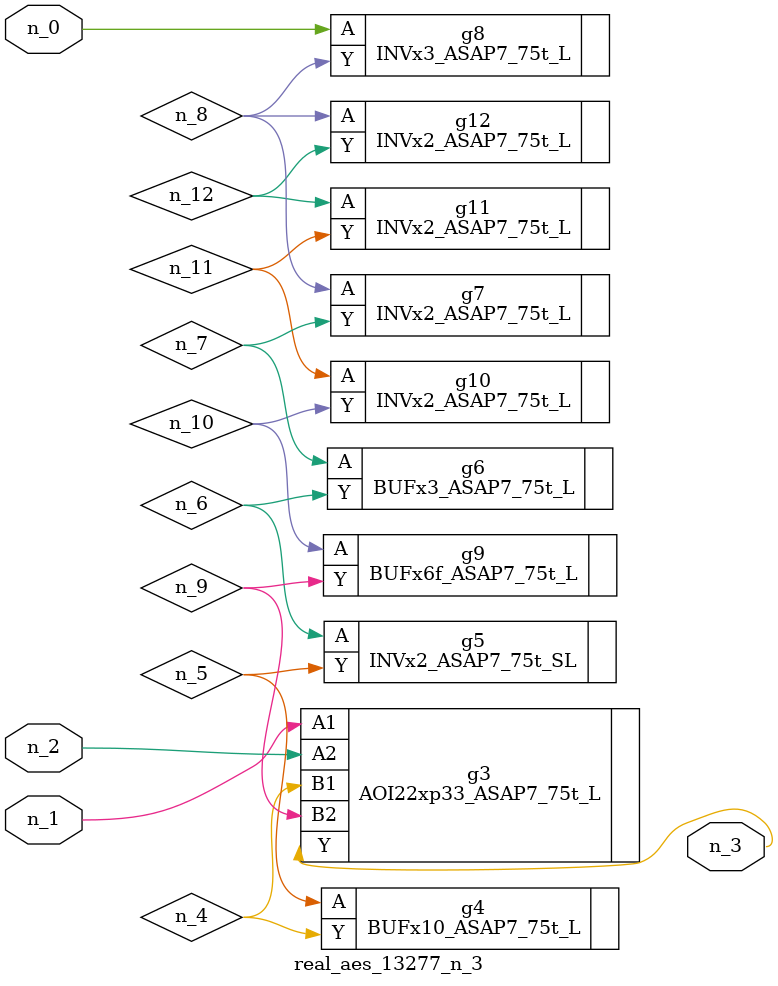
<source format=v>
module real_aes_13277_n_3 (n_0, n_2, n_1, n_3);
input n_0;
input n_2;
input n_1;
output n_3;
wire n_4;
wire n_5;
wire n_7;
wire n_9;
wire n_6;
wire n_8;
wire n_12;
wire n_10;
wire n_11;
INVx3_ASAP7_75t_L g8 ( .A(n_0), .Y(n_8) );
AOI22xp33_ASAP7_75t_L g3 ( .A1(n_1), .A2(n_2), .B1(n_4), .B2(n_9), .Y(n_3) );
BUFx10_ASAP7_75t_L g4 ( .A(n_5), .Y(n_4) );
INVx2_ASAP7_75t_SL g5 ( .A(n_6), .Y(n_5) );
BUFx3_ASAP7_75t_L g6 ( .A(n_7), .Y(n_6) );
INVx2_ASAP7_75t_L g7 ( .A(n_8), .Y(n_7) );
INVx2_ASAP7_75t_L g12 ( .A(n_8), .Y(n_12) );
BUFx6f_ASAP7_75t_L g9 ( .A(n_10), .Y(n_9) );
INVx2_ASAP7_75t_L g10 ( .A(n_11), .Y(n_10) );
INVx2_ASAP7_75t_L g11 ( .A(n_12), .Y(n_11) );
endmodule
</source>
